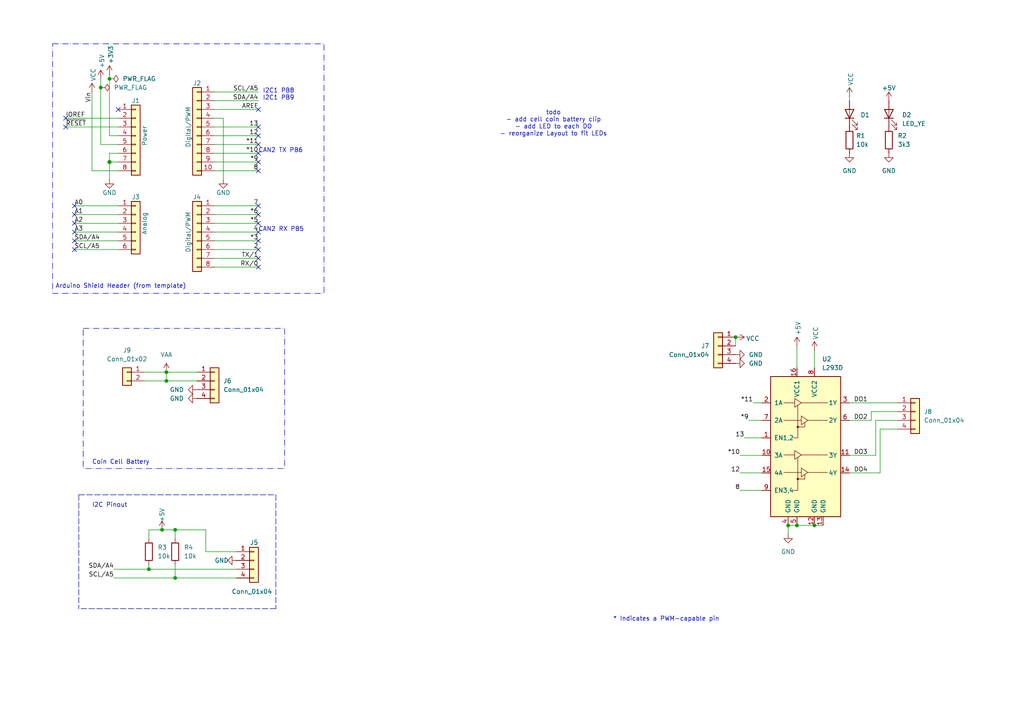
<source format=kicad_sch>
(kicad_sch (version 20231120) (generator "eeschema") (generator_version "8.0")
  (paper "A4")
  (title_block (title "Cannelloni al Forno") (date "2024-11-07") (rev "V.0.1"))
  (lib_symbols
    (symbol "Connector_Generic:Conn_01x02" (pin_names (offset 1.016) hide)
      (property "Reference" "J" (at 0 2.54 0))
      (property "Value" "Conn_01x02" (at 0 -5.08 0))
      (symbol "Conn_01x02_1_1"
        (rectangle (start -1.27 -2.413) (end 0 -2.667) (stroke (width 0.1524)))
        (rectangle (start -1.27 0.127) (end 0 -0.127) (stroke (width 0.1524)))
        (rectangle (start -1.27 1.27) (end 1.27 -3.81) (stroke (width 0.254)) (fill (type background)))
        (pin passive line (at -5.08 0 0) (length 3.81) (name "Pin_1") (number "1"))
        (pin passive line (at -5.08 -2.54 0) (length 3.81) (name "Pin_2") (number "2"))
      )
    )
    (symbol "Connector_Generic:Conn_01x04" (pin_names (offset 1.016) hide)
      (property "Reference" "J" (at 0 5.08 0))
      (property "Value" "Conn_01x04" (at 0 -7.62 0))
      (symbol "Conn_01x04_1_1"
        (rectangle (start -1.27 -4.953) (end 0 -5.207) (stroke (width 0.1524)))
        (rectangle (start -1.27 -2.413) (end 0 -2.667) (stroke (width 0.1524)))
        (rectangle (start -1.27 0.127) (end 0 -0.127) (stroke (width 0.1524)))
        (rectangle (start -1.27 2.667) (end 0 2.413) (stroke (width 0.1524)))
        (rectangle (start -1.27 3.81) (end 1.27 -6.35) (stroke (width 0.254)) (fill (type background)))
        (pin passive line (at -5.08 2.54 0) (length 3.81) (name "Pin_1") (number "1"))
        (pin passive line (at -5.08 0 0) (length 3.81) (name "Pin_2") (number "2"))
        (pin passive line (at -5.08 -2.54 0) (length 3.81) (name "Pin_3") (number "3"))
        (pin passive line (at -5.08 -5.08 0) (length 3.81) (name "Pin_4") (number "4"))
      )
    )
    (symbol "Connector_Generic:Conn_01x06" (pin_names (offset 1.016) hide)
      (property "Reference" "J" (at 0 7.62 0))
      (property "Value" "Conn_01x06" (at 0 -10.16 0))
      (symbol "Conn_01x06_1_1"
        (rectangle (start -1.27 -7.493) (end 0 -7.747) (stroke (width 0.1524)))
        (rectangle (start -1.27 -4.953) (end 0 -5.207) (stroke (width 0.1524)))
        (rectangle (start -1.27 -2.413) (end 0 -2.667) (stroke (width 0.1524)))
        (rectangle (start -1.27 0.127) (end 0 -0.127) (stroke (width 0.1524)))
        (rectangle (start -1.27 2.667) (end 0 2.413) (stroke (width 0.1524)))
        (rectangle (start -1.27 5.207) (end 0 4.953) (stroke (width 0.1524)))
        (rectangle (start -1.27 6.35) (end 1.27 -8.89) (stroke (width 0.254)) (fill (type background)))
        (pin passive line (at -5.08 5.08 0) (length 3.81) (name "Pin_1") (number "1"))
        (pin passive line (at -5.08 2.54 0) (length 3.81) (name "Pin_2") (number "2"))
        (pin passive line (at -5.08 0 0) (length 3.81) (name "Pin_3") (number "3"))
        (pin passive line (at -5.08 -2.54 0) (length 3.81) (name "Pin_4") (number "4"))
        (pin passive line (at -5.08 -5.08 0) (length 3.81) (name "Pin_5") (number "5"))
        (pin passive line (at -5.08 -7.62 0) (length 3.81) (name "Pin_6") (number "6"))
      )
    )
    (symbol "Connector_Generic:Conn_01x08" (pin_names (offset 1.016) hide)
      (property "Reference" "J" (at 0 10.16 0))
      (property "Value" "Conn_01x08" (at 0 -12.7 0))
      (symbol "Conn_01x08_1_1"
        (rectangle (start -1.27 -10.033) (end 0 -10.287) (stroke (width 0.1524)))
        (rectangle (start -1.27 -7.493) (end 0 -7.747) (stroke (width 0.1524)))
        (rectangle (start -1.27 -4.953) (end 0 -5.207) (stroke (width 0.1524)))
        (rectangle (start -1.27 -2.413) (end 0 -2.667) (stroke (width 0.1524)))
        (rectangle (start -1.27 0.127) (end 0 -0.127) (stroke (width 0.1524)))
        (rectangle (start -1.27 2.667) (end 0 2.413) (stroke (width 0.1524)))
        (rectangle (start -1.27 5.207) (end 0 4.953) (stroke (width 0.1524)))
        (rectangle (start -1.27 7.747) (end 0 7.493) (stroke (width 0.1524)))
        (rectangle (start -1.27 8.89) (end 1.27 -11.43) (stroke (width 0.254)) (fill (type background)))
        (pin passive line (at -5.08 7.62 0) (length 3.81) (name "Pin_1") (number "1"))
        (pin passive line (at -5.08 5.08 0) (length 3.81) (name "Pin_2") (number "2"))
        (pin passive line (at -5.08 2.54 0) (length 3.81) (name "Pin_3") (number "3"))
        (pin passive line (at -5.08 0 0) (length 3.81) (name "Pin_4") (number "4"))
        (pin passive line (at -5.08 -2.54 0) (length 3.81) (name "Pin_5") (number "5"))
        (pin passive line (at -5.08 -5.08 0) (length 3.81) (name "Pin_6") (number "6"))
        (pin passive line (at -5.08 -7.62 0) (length 3.81) (name "Pin_7") (number "7"))
        (pin passive line (at -5.08 -10.16 0) (length 3.81) (name "Pin_8") (number "8"))
      )
    )
    (symbol "Connector_Generic:Conn_01x10" (pin_names (offset 1.016) hide)
      (property "Reference" "J" (at 0 12.7 0))
      (property "Value" "Conn_01x10" (at 0 -15.24 0))
      (symbol "Conn_01x10_1_1"
        (rectangle (start -1.27 -12.573) (end 0 -12.827) (stroke (width 0.1524)))
        (rectangle (start -1.27 -10.033) (end 0 -10.287) (stroke (width 0.1524)))
        (rectangle (start -1.27 -7.493) (end 0 -7.747) (stroke (width 0.1524)))
        (rectangle (start -1.27 -4.953) (end 0 -5.207) (stroke (width 0.1524)))
        (rectangle (start -1.27 -2.413) (end 0 -2.667) (stroke (width 0.1524)))
        (rectangle (start -1.27 0.127) (end 0 -0.127) (stroke (width 0.1524)))
        (rectangle (start -1.27 2.667) (end 0 2.413) (stroke (width 0.1524)))
        (rectangle (start -1.27 5.207) (end 0 4.953) (stroke (width 0.1524)))
        (rectangle (start -1.27 7.747) (end 0 7.493) (stroke (width 0.1524)))
        (rectangle (start -1.27 10.287) (end 0 10.033) (stroke (width 0.1524)))
        (rectangle (start -1.27 11.43) (end 1.27 -13.97) (stroke (width 0.254)) (fill (type background)))
        (pin passive line (at -5.08 10.16 0) (length 3.81) (name "Pin_1") (number "1"))
        (pin passive line (at -5.08 -12.7 0) (length 3.81) (name "Pin_10") (number "10"))
        (pin passive line (at -5.08 7.62 0) (length 3.81) (name "Pin_2") (number "2"))
        (pin passive line (at -5.08 5.08 0) (length 3.81) (name "Pin_3") (number "3"))
        (pin passive line (at -5.08 2.54 0) (length 3.81) (name "Pin_4") (number "4"))
        (pin passive line (at -5.08 0 0) (length 3.81) (name "Pin_5") (number "5"))
        (pin passive line (at -5.08 -2.54 0) (length 3.81) (name "Pin_6") (number "6"))
        (pin passive line (at -5.08 -5.08 0) (length 3.81) (name "Pin_7") (number "7"))
        (pin passive line (at -5.08 -7.62 0) (length 3.81) (name "Pin_8") (number "8"))
        (pin passive line (at -5.08 -10.16 0) (length 3.81) (name "Pin_9") (number "9"))
      )
    )
    (symbol "Device:LED" (pin_numbers hide) (pin_names (offset 1.016) hide)
      (property "Reference" "D" (at 0 2.54 0))
      (property "Value" "LED" (at 0 -2.54 0))
      (symbol "LED_0_1"
        (polyline (pts (xy -1.27 -1.27) (xy -1.27 1.27)) (stroke (width 0.254)))
        (polyline (pts (xy -1.27 0) (xy 1.27 0)))
        (polyline (pts (xy 1.27 -1.27) (xy 1.27 1.27) (xy -1.27 0) (xy 1.27 -1.27)) (stroke (width 0.254)))
        (polyline (pts (xy -3.048 -0.762) (xy -4.572 -2.286) (xy -3.81 -2.286) (xy -4.572 -2.286) (xy -4.572 -1.524)))
        (polyline (pts (xy -1.778 -0.762) (xy -3.302 -2.286) (xy -2.54 -2.286) (xy -3.302 -2.286) (xy -3.302 -1.524)))
      )
      (symbol "LED_1_1"
        (pin passive line (at -3.81 0 0) (length 2.54) (name "K") (number "1"))
        (pin passive line (at 3.81 0 180) (length 2.54) (name "A") (number "2"))
      )
    )
    (symbol "Device:R" (pin_numbers hide) (pin_names (offset 0))
      (property "Reference" "R" (at 2.032 0 90))
      (property "Value" "R" (at 0 0 90))
      (symbol "R_0_1"
        (rectangle (start -1.016 -2.54) (end 1.016 2.54) (stroke (width 0.254)))
      )
      (symbol "R_1_1"
        (pin passive line (at 0 3.81 270) (length 1.27) (name "~") (number "1"))
        (pin passive line (at 0 -3.81 90) (length 1.27) (name "~") (number "2"))
      )
    )
    (symbol "Driver_Motor:L293D" (pin_names (offset 1.016))
      (property "Reference" "U" (at -5.08 26.035 0))
      (property "Value" "L293D" (at -5.08 24.13 0))
      (symbol "L293D_0_1"
        (rectangle (start -10.16 22.86) (end 10.16 -17.78) (stroke (width 0.254)) (fill (type background)))
        (circle (center -2.286 -6.858) (radius 0.254) (fill (type outline)))
        (circle (center -2.286 8.255) (radius 0.254) (fill (type outline)))
        (polyline (pts (xy -6.35 -4.953) (xy -1.27 -4.953)))
        (polyline (pts (xy -6.35 0.127) (xy -3.175 0.127)))
        (polyline (pts (xy -6.35 10.16) (xy -1.27 10.16)))
        (polyline (pts (xy -6.35 15.24) (xy -3.175 15.24)))
        (polyline (pts (xy -1.27 0.127) (xy 6.35 0.127)))
        (polyline (pts (xy -1.27 15.24) (xy 6.35 15.24)))
        (polyline (pts (xy 0.635 -4.953) (xy 6.35 -4.953)))
        (polyline (pts (xy 0.635 10.16) (xy 6.35 10.16)))
        (polyline (pts (xy -2.286 -6.858) (xy -0.254 -6.858) (xy -0.254 -5.588)))
        (polyline (pts (xy -2.286 -0.635) (xy -2.286 -10.16) (xy -3.556 -10.16)))
        (polyline (pts (xy -2.286 8.255) (xy -0.254 8.255) (xy -0.254 9.525)))
        (polyline (pts (xy -2.286 14.478) (xy -2.286 5.08) (xy -3.556 5.08)))
        (polyline (pts (xy -3.175 1.397) (xy -3.175 -1.143) (xy -1.27 0.127) (xy -3.175 1.397)))
        (polyline (pts (xy -3.175 16.51) (xy -3.175 13.97) (xy -1.27 15.24) (xy -3.175 16.51)))
        (polyline (pts (xy -1.27 -3.683) (xy -1.27 -6.223) (xy 0.635 -4.953) (xy -1.27 -3.683)))
        (polyline (pts (xy -1.27 11.43) (xy -1.27 8.89) (xy 0.635 10.16) (xy -1.27 11.43)))
      )
      (symbol "L293D_1_1"
        (pin input line (at -12.7 5.08 0) (length 2.54) (name "EN1,2") (number "1"))
        (pin input line (at -12.7 0 0) (length 2.54) (name "3A") (number "10"))
        (pin output line (at 12.7 0 180) (length 2.54) (name "3Y") (number "11"))
        (pin power_in line (at 2.54 -20.32 90) (length 2.54) (name "GND") (number "12"))
        (pin power_in line (at 5.08 -20.32 90) (length 2.54) (name "GND") (number "13"))
        (pin output line (at 12.7 -5.08 180) (length 2.54) (name "4Y") (number "14"))
        (pin input line (at -12.7 -5.08 0) (length 2.54) (name "4A") (number "15"))
        (pin power_in line (at -2.54 25.4 270) (length 2.54) (name "VCC1") (number "16"))
        (pin input line (at -12.7 15.24 0) (length 2.54) (name "1A") (number "2"))
        (pin output line (at 12.7 15.24 180) (length 2.54) (name "1Y") (number "3"))
        (pin power_in line (at -5.08 -20.32 90) (length 2.54) (name "GND") (number "4"))
        (pin power_in line (at -2.54 -20.32 90) (length 2.54) (name "GND") (number "5"))
        (pin output line (at 12.7 10.16 180) (length 2.54) (name "2Y") (number "6"))
        (pin input line (at -12.7 10.16 0) (length 2.54) (name "2A") (number "7"))
        (pin power_in line (at 2.54 25.4 270) (length 2.54) (name "VCC2") (number "8"))
        (pin input line (at -12.7 -10.16 0) (length 2.54) (name "EN3,4") (number "9"))
      )
    )
    (symbol "power:+3V3" (power) (pin_numbers hide) (pin_names (offset 0) hide)
      (property "Value" "+3V3" (at 0 3.556 0))
      (symbol "+3V3_0_1"
        (polyline (pts (xy -0.762 1.27) (xy 0 2.54)))
        (polyline (pts (xy 0 0) (xy 0 2.54)))
        (polyline (pts (xy 0 2.54) (xy 0.762 1.27)))
      )
      (symbol "+3V3_1_1"
        (pin power_in line (at 0 0 90) (length 0) (name "~") (number "1"))
      )
    )
    (symbol "power:+5V" (power) (pin_numbers hide) (pin_names (offset 0) hide)
      (property "Value" "+5V" (at 0 3.556 0))
      (symbol "+5V_0_1"
        (polyline (pts (xy -0.762 1.27) (xy 0 2.54)))
        (polyline (pts (xy 0 0) (xy 0 2.54)))
        (polyline (pts (xy 0 2.54) (xy 0.762 1.27)))
      )
      (symbol "+5V_1_1"
        (pin power_in line (at 0 0 90) (length 0) (name "~") (number "1"))
      )
    )
    (symbol "power:GND" (power) (pin_numbers hide) (pin_names (offset 0) hide)
      (property "Value" "GND" (at 0 -3.81 0))
      (symbol "GND_0_1"
        (polyline (pts (xy 0 0) (xy 0 -1.27) (xy 1.27 -1.27) (xy 0 -2.54) (xy -1.27 -1.27) (xy 0 -1.27)))
      )
      (symbol "GND_1_1"
        (pin power_in line (at 0 0 270) (length 0) (name "~") (number "1"))
      )
    )
    (symbol "power:PWR_FLAG" (power) (pin_numbers hide) (pin_names (offset 0) hide)
      (property "Value" "PWR_FLAG" (at 0 3.81 0))
      (symbol "PWR_FLAG_0_0"
        (pin power_out line (at 0 0 90) (length 0) (name "~") (number "1"))
      )
      (symbol "PWR_FLAG_0_1"
        (polyline (pts (xy 0 0) (xy 0 1.27) (xy -1.016 1.905) (xy 0 2.54) (xy 1.016 1.905) (xy 0 1.27)))
      )
    )
    (symbol "power:VAA" (power) (pin_numbers hide) (pin_names (offset 0) hide)
      (property "Value" "VAA" (at 0 3.556 0))
      (symbol "VAA_0_1"
        (polyline (pts (xy -0.762 1.27) (xy 0 2.54)))
        (polyline (pts (xy 0 0) (xy 0 2.54)))
        (polyline (pts (xy 0 2.54) (xy 0.762 1.27)))
      )
      (symbol "VAA_1_1"
        (pin power_in line (at 0 0 90) (length 0) (name "~") (number "1"))
      )
    )
    (symbol "power:VCC" (power) (pin_numbers hide) (pin_names (offset 0) hide)
      (property "Value" "VCC" (at 0 3.556 0))
      (symbol "VCC_0_1"
        (polyline (pts (xy -0.762 1.27) (xy 0 2.54)))
        (polyline (pts (xy 0 0) (xy 0 2.54)))
        (polyline (pts (xy 0 2.54) (xy 0.762 1.27)))
      )
      (symbol "VCC_1_1"
        (pin power_in line (at 0 0 90) (length 0) (name "~") (number "1"))
      )
    )
  )
  (junction (at 48.26 110.49))
  (junction (at 50.8 153.67))
  (junction (at 31.75 46.99) (diameter 1.016))
  (junction (at 236.22 152.4))
  (junction (at 29.21 25.4))
  (junction (at 228.6 152.4))
  (junction (at 43.18 165.1))
  (junction (at 31.75 22.86))
  (junction (at 231.14 152.4))
  (junction (at 50.8 167.64))
  (junction (at 48.26 107.95))
  (junction (at 46.99 153.67))
  (junction (at 213.36 97.79))
  (no_connect (at 74.93 64.77))
  (no_connect (at 74.93 36.83))
  (no_connect (at 19.05 34.29))
  (no_connect (at 19.05 36.83))
  (no_connect (at 21.59 72.39))
  (no_connect (at 74.93 46.99))
  (no_connect (at 74.93 44.45))
  (no_connect (at 74.93 49.53))
  (no_connect (at 74.93 31.75))
  (no_connect (at 74.93 74.93))
  (no_connect (at 74.93 72.39))
  (no_connect (at 74.93 67.31))
  (no_connect (at 74.93 41.91))
  (no_connect (at 74.93 62.23))
  (no_connect (at 74.93 69.85))
  (no_connect (at 74.93 39.37))
  (no_connect (at 21.59 67.31))
  (no_connect (at 21.59 59.69))
  (no_connect (at 21.59 62.23))
  (no_connect (at 34.29 31.75))
  (no_connect (at 21.59 64.77))
  (no_connect (at 21.59 69.85))
  (no_connect (at 74.93 59.69))
  (no_connect (at 74.93 77.47))
  (wire (pts (xy 62.23 77.47) (xy 74.93 77.47)))
  (wire (pts (xy 46.99 153.67) (xy 43.18 153.67)))
  (wire (pts (xy 50.8 163.83) (xy 50.8 167.64)))
  (wire (pts (xy 260.35 121.92) (xy 254 121.92)))
  (wire (pts (xy 62.23 44.45) (xy 74.93 44.45)))
  (wire (pts (xy 215.9 127) (xy 220.98 127)))
  (wire (pts (xy 62.23 26.67) (xy 74.93 26.67)))
  (wire (pts (xy 31.75 22.86) (xy 31.75 39.37)))
  (wire (pts (xy 218.44 116.84) (xy 220.98 116.84)))
  (wire (pts (xy 31.75 44.45) (xy 31.75 46.99)))
  (wire (pts (xy 21.59 72.39) (xy 34.29 72.39)))
  (polyline (pts (xy 22.86 176.53) (xy 22.86 176.53)) (stroke (width 0) (type dash)))
  (wire (pts (xy 255.27 124.46) (xy 255.27 137.16)))
  (wire (pts (xy 31.75 46.99) (xy 31.75 52.07)))
  (wire (pts (xy 254 121.92) (xy 254 132.08)))
  (wire (pts (xy 41.91 110.49) (xy 48.26 110.49)))
  (wire (pts (xy 31.75 39.37) (xy 34.29 39.37)))
  (wire (pts (xy 236.22 152.4) (xy 238.76 152.4)))
  (wire (pts (xy 29.21 41.91) (xy 34.29 41.91)))
  (wire (pts (xy 29.21 22.86) (xy 29.21 25.4)))
  (wire (pts (xy 50.8 167.64) (xy 68.58 167.64)))
  (wire (pts (xy 62.23 36.83) (xy 74.93 36.83)))
  (wire (pts (xy 31.75 21.59) (xy 31.75 22.86)))
  (wire (pts (xy 62.23 59.69) (xy 74.93 59.69)))
  (wire (pts (xy 252.73 119.38) (xy 260.35 119.38)))
  (wire (pts (xy 214.63 142.24) (xy 220.98 142.24)))
  (wire (pts (xy 34.29 59.69) (xy 21.59 59.69)))
  (wire (pts (xy 231.14 100.33) (xy 231.14 106.68)))
  (wire (pts (xy 62.23 39.37) (xy 74.93 39.37)))
  (wire (pts (xy 62.23 62.23) (xy 74.93 62.23)))
  (wire (pts (xy 260.35 124.46) (xy 255.27 124.46)))
  (wire (pts (xy 33.02 165.1) (xy 43.18 165.1)))
  (wire (pts (xy 254 132.08) (xy 246.38 132.08)))
  (wire (pts (xy 50.8 156.21) (xy 50.8 153.67)))
  (wire (pts (xy 62.23 46.99) (xy 74.93 46.99)))
  (polyline (pts (xy 80.01 143.51) (xy 80.01 176.53)) (stroke (width 0) (type dash)))
  (wire (pts (xy 246.38 121.92) (xy 252.73 121.92)))
  (wire (pts (xy 62.23 67.31) (xy 74.93 67.31)))
  (wire (pts (xy 29.21 25.4) (xy 29.21 41.91)))
  (wire (pts (xy 43.18 165.1) (xy 68.58 165.1)))
  (wire (pts (xy 19.05 34.29) (xy 34.29 34.29)))
  (wire (pts (xy 43.18 163.83) (xy 43.18 165.1)))
  (wire (pts (xy 252.73 121.92) (xy 252.73 119.38)))
  (wire (pts (xy 231.14 152.4) (xy 236.22 152.4)))
  (wire (pts (xy 217.17 121.92) (xy 220.98 121.92)))
  (wire (pts (xy 64.77 34.29) (xy 64.77 52.07)))
  (wire (pts (xy 68.58 160.02) (xy 59.69 160.02)))
  (wire (pts (xy 59.69 160.02) (xy 59.69 153.67)))
  (wire (pts (xy 62.23 31.75) (xy 74.93 31.75)))
  (wire (pts (xy 43.18 153.67) (xy 43.18 156.21)))
  (wire (pts (xy 246.38 116.84) (xy 260.35 116.84)))
  (wire (pts (xy 34.29 64.77) (xy 21.59 64.77)))
  (wire (pts (xy 19.05 36.83) (xy 34.29 36.83)))
  (wire (pts (xy 48.26 107.95) (xy 48.26 110.49)))
  (wire (pts (xy 50.8 153.67) (xy 46.99 153.67)))
  (wire (pts (xy 34.29 46.99) (xy 31.75 46.99)))
  (wire (pts (xy 255.27 137.16) (xy 246.38 137.16)))
  (wire (pts (xy 214.63 137.16) (xy 220.98 137.16)))
  (wire (pts (xy 246.38 27.94) (xy 246.38 29.21)))
  (wire (pts (xy 34.29 49.53) (xy 26.67 49.53)))
  (wire (pts (xy 236.22 101.6) (xy 236.22 106.68)))
  (wire (pts (xy 21.59 62.23) (xy 34.29 62.23)))
  (wire (pts (xy 48.26 107.95) (xy 57.15 107.95)))
  (wire (pts (xy 48.26 110.49) (xy 57.15 110.49)))
  (wire (pts (xy 59.69 153.67) (xy 50.8 153.67)))
  (wire (pts (xy 62.23 34.29) (xy 64.77 34.29)))
  (wire (pts (xy 34.29 44.45) (xy 31.75 44.45)))
  (wire (pts (xy 214.63 132.08) (xy 220.98 132.08)))
  (wire (pts (xy 62.23 41.91) (xy 74.93 41.91)))
  (wire (pts (xy 62.23 64.77) (xy 74.93 64.77)))
  (wire (pts (xy 21.59 67.31) (xy 34.29 67.31)))
  (wire (pts (xy 41.91 107.95) (xy 48.26 107.95)))
  (wire (pts (xy 228.6 152.4) (xy 228.6 154.94)))
  (wire (pts (xy 213.36 97.79) (xy 213.36 100.33)))
  (polyline (pts (xy 80.01 176.53) (xy 22.86 176.53)) (stroke (width 0) (type dash)))
  (polyline (pts (xy 22.86 143.51) (xy 22.86 176.53)) (stroke (width 0) (type dash)))
  (wire (pts (xy 62.23 29.21) (xy 74.93 29.21)))
  (wire (pts (xy 62.23 72.39) (xy 74.93 72.39)))
  (wire (pts (xy 62.23 69.85) (xy 74.93 69.85)))
  (wire (pts (xy 62.23 74.93) (xy 74.93 74.93)))
  (wire (pts (xy 26.67 26.67) (xy 26.67 49.53)))
  (wire (pts (xy 228.6 152.4) (xy 231.14 152.4)))
  (wire (pts (xy 34.29 69.85) (xy 21.59 69.85)))
  (polyline (pts (xy 22.86 143.51) (xy 80.01 143.51)) (stroke (width 0) (type dash)))
  (wire (pts (xy 62.23 49.53) (xy 74.93 49.53)))
  (wire (pts (xy 33.02 167.64) (xy 50.8 167.64)))
  (rectangle (start 15.24 12.7) (end 93.98 85.09) (stroke (width 0) (type dash_dot)))
  (rectangle (start 24.13 95.25) (end 82.55 135.89) (stroke (width 0) (type dash_dot)))
  (text "I2C1 PB8\nI2C1 PB9" (at 76.2 29.21 0) (effects (font (size 1.27 1.27)) (justify left bottom)))
  (text "Coin Cell Battery" (at 35.052 134.112 0) (effects (font (size 1.27 1.27))))
  (text "CAN2 RX PB5 " (at 74.93 67.31 0) (effects (font (size 1.27 1.27)) (justify left bottom)))
  (text "todo\n- add cell coin battery clip\n- add LED to each DO\n- reorganize Layout to fit LEDs" (at 160.528 35.814 0) (effects (font (size 1.27 1.27))))
  (text "CAN2 TX PB6 " (at 74.93 44.45 0) (effects (font (size 1.27 1.27)) (justify left bottom)))
  (text "Arduino Shield Header (from template)" (at 35.052 83.058 0) (effects (font (size 1.27 1.27))))
  (text "I2C Pinout" (at 26.67 147.32 0) (effects (font (size 1.27 1.27)) (justify left bottom)))
  (text "* Indicates a PWM-capable pin" (at 177.8 180.34 0) (effects (font (size 1.27 1.27)) (justify left bottom)))
  (label "RX{slash}0" (at 74.93 77.47 180))
  (label "A2" (at 21.59 64.77 0))
  (label "4" (at 74.93 67.31 180))
  (label "13" (at 215.9 127 180))
  (label "2" (at 74.93 72.39 180))
  (label "A3" (at 21.59 67.31 0))
  (label "13" (at 74.93 36.83 180))
  (label "DO2" (at 247.65 121.92 0))
  (label "12" (at 74.93 39.37 180))
  (label "DO4" (at 247.65 137.16 0))
  (label "SDA{slash}A4" (at 33.02 165.1 180))
  (label "DO3" (at 247.65 132.08 0))
  (label "~{RESET}" (at 19.05 36.83 0))
  (label "*10" (at 74.93 44.45 180))
  (label "SCL{slash}A5" (at 33.02 167.64 180))
  (label "*9" (at 217.17 121.92 180))
  (label "*11" (at 218.44 116.84 180))
  (label "7" (at 74.93 59.69 180))
  (label "SDA{slash}A4" (at 74.93 29.21 180))
  (label "8" (at 74.93 49.53 180))
  (label "*11" (at 74.93 41.91 180))
  (label "*3" (at 74.93 69.85 180))
  (label "A1" (at 21.59 62.23 0))
  (label "TX{slash}1" (at 74.93 74.93 180))
  (label "A0" (at 21.59 59.69 0))
  (label "AREF" (at 74.93 31.75 180))
  (label "Vin" (at 26.67 26.67 270))
  (label "*6" (at 74.93 62.23 180))
  (label "*10" (at 214.63 132.08 180))
  (label "SCL{slash}A5" (at 74.93 26.67 180))
  (label "*9" (at 74.93 46.99 180))
  (label "DO1" (at 247.65 116.84 0))
  (label "*5" (at 74.93 64.77 180))
  (label "IOREF" (at 19.05 34.29 0))
  (label "SDA{slash}A4" (at 21.59 69.85 0))
  (label "8" (at 214.63 142.24 180))
  (label "SCL{slash}A5" (at 21.59 72.39 0))
  (label "12" (at 214.63 137.16 180))
  (symbol (lib_id "Connector_Generic:Conn_01x08") (at 39.37 39.37 0) (unit 1)
    (property "Reference" "J1" (at 39.37 29.21 0))
    (property "Value" "Power" (at 41.91 39.37 90))
    (property "Footprint" "Connector_PinSocket_2.54mm:PinSocket_1x08_P2.54mm_Vertical" (effects (hide yes)))
    (property "Description" "Generic connector, single row, 01x08, script generated (kicad-library-utils/schlib/autogen/connector/)" (effects (hide yes)))
  )
  (symbol (lib_id "power:+3V3") (at 31.75 21.59 0) (unit 1)
    (property "Reference" "#PWR03" (effects (hide yes)))
    (property "Value" "+3V3" (at 32.131 18.542 90) (effects (justify left)))
    (property "Description" "Power symbol creates a global label with name \"+3V3\"" (effects (hide yes)))
  )
  (symbol (lib_id "power:+5V") (at 29.21 22.86 0) (unit 1)
    (property "Reference" "#PWR02" (effects (hide yes)))
    (property "Value" "+5V" (at 29.5656 19.812 90) (effects (justify left)))
    (property "Description" "Power symbol creates a global label with name \"+5V\"" (effects (hide yes)))
  )
  (symbol (lib_id "power:GND") (at 31.75 52.07 0) (unit 1)
    (property "Reference" "#PWR04" (effects (hide yes)))
    (property "Value" "GND" (at 31.75 55.88 0))
    (property "Description" "Power symbol creates a global label with name \"GND\" , ground" (effects (hide yes)))
  )
  (symbol (lib_id "Connector_Generic:Conn_01x10") (at 57.15 36.83 0) (mirror y) (unit 1)
    (property "Reference" "J2" (at 57.15 24.13 0))
    (property "Value" "Digital/PWM" (at 54.61 36.83 90))
    (property "Footprint" "Connector_PinSocket_2.54mm:PinSocket_1x10_P2.54mm_Vertical" (effects (hide yes)))
    (property "Description" "Generic connector, single row, 01x10, script generated (kicad-library-utils/schlib/autogen/connector/)" (effects (hide yes)))
  )
  (symbol (lib_id "power:GND") (at 64.77 52.07 0) (unit 1)
    (property "Reference" "#PWR05" (effects (hide yes)))
    (property "Value" "GND" (at 64.77 55.88 0))
    (property "Description" "Power symbol creates a global label with name \"GND\" , ground" (effects (hide yes)))
  )
  (symbol (lib_id "Connector_Generic:Conn_01x06") (at 39.37 64.77 0) (unit 1)
    (property "Reference" "J3" (at 39.37 57.15 0))
    (property "Value" "Analog" (at 41.91 64.77 90))
    (property "Footprint" "Connector_PinSocket_2.54mm:PinSocket_1x06_P2.54mm_Vertical" (effects (hide yes)))
    (property "Description" "Generic connector, single row, 01x06, script generated (kicad-library-utils/schlib/autogen/connector/)" (effects (hide yes)))
  )
  (symbol (lib_id "Connector_Generic:Conn_01x08") (at 57.15 67.31 0) (mirror y) (unit 1)
    (property "Reference" "J4" (at 57.15 57.15 0))
    (property "Value" "Digital/PWM" (at 54.61 67.31 90))
    (property "Footprint" "Connector_PinSocket_2.54mm:PinSocket_1x08_P2.54mm_Vertical" (effects (hide yes)))
    (property "Description" "Generic connector, single row, 01x08, script generated (kicad-library-utils/schlib/autogen/connector/)" (effects (hide yes)))
  )
  (symbol (lib_id "power:GND") (at 228.6 154.94 0) (unit 1)
    (property "Reference" "#PWR012" (effects (hide yes)))
    (property "Value" "GND" (at 228.6 160.02 0))
    (property "Description" "Power symbol creates a global label with name \"GND\" , ground" (effects (hide yes)))
  )
  (symbol (lib_id "Device:R") (at 246.38 40.64 0) (unit 1)
    (property "Reference" "R1" (at 248.285 39.3699 0) (effects (justify left)))
    (property "Value" "10k" (at 248.285 41.9099 0) (effects (justify left)))
    (property "Footprint" "Resistor_THT:R_Axial_DIN0204_L3.6mm_D1.6mm_P5.08mm_Vertical" (effects (hide yes)))
    (property "Description" "Resistor" (effects (hide yes)))
  )
  (symbol (lib_id "Connector_Generic:Conn_01x04") (at 208.28 100.33 0) (mirror y) (unit 1)
    (property "Reference" "J7" (at 205.74 100.3299 0) (effects (justify left)))
    (property "Value" "Conn_01x04" (at 205.74 102.8699 0) (effects (justify left)))
    (property "Footprint" "Connector_PinHeader_2.54mm:PinHeader_1x04_P2.54mm_Vertical" (effects (hide yes)))
    (property "Description" "Generic connector, single row, 01x04, script generated (kicad-library-utils/schlib/autogen/connector/)" (effects (hide yes)))
  )
  (symbol (lib_id "power:GND") (at 257.81 44.45 0) (unit 1)
    (property "Reference" "#PWR0126" (effects (hide yes)))
    (property "Value" "GND" (at 257.81 49.53 0))
    (property "Description" "Power symbol creates a global label with name \"GND\" , ground" (effects (hide yes)))
  )
  (symbol (lib_id "power:VCC") (at 213.36 97.79 270) (unit 1)
    (property "Reference" "#PWR06" (effects (hide yes)))
    (property "Value" "VCC" (at 216.408 98.171 90) (effects (justify left)))
    (property "Description" "Power symbol creates a global label with name \"VCC\"" (effects (hide yes)))
  )
  (symbol (lib_id "power:+5V") (at 231.14 100.33 0) (unit 1)
    (property "Reference" "#PWR08" (effects (hide yes)))
    (property "Value" "+5V" (at 231.4956 97.282 90) (effects (justify left)))
    (property "Description" "Power symbol creates a global label with name \"+5V\"" (effects (hide yes)))
  )
  (symbol (lib_id "power:GND") (at 213.36 105.41 90) (unit 1)
    (property "Reference" "#PWR011" (effects (hide yes)))
    (property "Value" "GND" (at 217.17 105.4099 90) (effects (justify right)))
    (property "Description" "Power symbol creates a global label with name \"GND\" , ground" (effects (hide yes)))
  )
  (symbol (lib_id "power:PWR_FLAG") (at 29.21 25.4 270) (unit 1)
    (property "Reference" "#FLG02" (effects (hide yes)))
    (property "Value" "PWR_FLAG" (at 33.02 25.3999 90) (effects (justify left)))
    (property "Description" "Special symbol for telling ERC where power comes from" (effects (hide yes)))
  )
  (symbol (lib_id "Connector_Generic:Conn_01x02") (at 36.83 107.95 0) (mirror y) (unit 1)
    (property "Reference" "J9" (at 36.83 101.6 0))
    (property "Value" "Conn_01x02" (at 36.83 104.14 0))
    (property "Footprint" "Connector_PinHeader_2.54mm:PinHeader_1x02_P2.54mm_Vertical" (effects (hide yes)))
    (property "Description" "Generic connector, single row, 01x02, script generated (kicad-library-utils/schlib/autogen/connector/)" (effects (hide yes)))
  )
  (symbol (lib_id "power:GND") (at 68.58 162.56 270) (unit 1)
    (property "Reference" "#PWR0103" (effects (hide yes)))
    (property "Value" "GND" (at 62.23 162.56 90) (effects (justify left)))
    (property "Description" "Power symbol creates a global label with name \"GND\" , ground" (effects (hide yes)))
  )
  (symbol (lib_id "Connector_Generic:Conn_01x04") (at 73.66 162.56 0) (unit 1)
    (property "Reference" "J5" (at 72.517 157.353 0) (effects (justify left)))
    (property "Value" "Conn_01x04" (at 67.183 171.577 0) (effects (justify left)))
    (property "Footprint" "Connector_PinHeader_2.54mm:PinHeader_1x04_P2.54mm_Vertical" (effects (hide yes)))
    (property "Description" "Generic connector, single row, 01x04, script generated (kicad-library-utils/schlib/autogen/connector/)" (effects (hide yes)))
  )
  (symbol (lib_id "Driver_Motor:L293D") (at 233.68 132.08 0) (unit 1)
    (property "Reference" "U2" (at 238.4141 104.14 0) (effects (justify left)))
    (property "Value" "L293D" (at 238.4141 106.68 0) (effects (justify left)))
    (property "Footprint" "Package_DIP:DIP-16_W7.62mm" (effects (hide yes)))
    (property "Datasheet" "http://www.ti.com/lit/ds/symlink/l293.pdf" (effects (hide yes)))
    (property "Description" "Quadruple Half-H Drivers" (effects (hide yes)))
  )
  (symbol (lib_id "power:GND") (at 57.15 113.03 270) (unit 1)
    (property "Reference" "#PWR07" (effects (hide yes)))
    (property "Value" "GND" (at 53.34 113.0299 90) (effects (justify right)))
    (property "Description" "Power symbol creates a global label with name \"GND\" , ground" (effects (hide yes)))
  )
  (symbol (lib_id "power:VCC") (at 26.67 26.67 0) (unit 1)
    (property "Reference" "#PWR01" (effects (hide yes)))
    (property "Value" "VCC" (at 27.051 23.622 90) (effects (justify left)))
    (property "Description" "Power symbol creates a global label with name \"VCC\"" (effects (hide yes)))
  )
  (symbol (lib_id "Device:LED") (at 257.81 33.02 90) (unit 1)
    (property "Reference" "D2" (at 261.62 33.3374 90) (effects (justify right)))
    (property "Value" "LED_YE" (at 261.62 35.8774 90) (effects (justify right)))
    (property "Footprint" "LED_THT:LED_D3.0mm_Clear" (effects (hide yes)))
    (property "Description" "Light emitting diode" (effects (hide yes)))
  )
  (symbol (lib_id "power:GND") (at 246.38 44.45 0) (unit 1)
    (property "Reference" "#PWR0104" (effects (hide yes)))
    (property "Value" "GND" (at 246.38 49.53 0))
    (property "Description" "Power symbol creates a global label with name \"GND\" , ground" (effects (hide yes)))
  )
  (symbol (lib_id "Device:R") (at 257.81 40.64 0) (unit 1)
    (property "Reference" "R2" (at 260.35 39.3699 0) (effects (justify left)))
    (property "Value" "3k3" (at 260.35 41.9099 0) (effects (justify left)))
    (property "Footprint" "Resistor_THT:R_Axial_DIN0204_L3.6mm_D1.6mm_P5.08mm_Vertical" (effects (hide yes)))
    (property "Description" "Resistor" (effects (hide yes)))
  )
  (symbol (lib_id "power:+5V") (at 257.81 29.21 0) (unit 1)
    (property "Reference" "#PWR0109" (effects (hide yes)))
    (property "Value" "+5V" (at 257.81 25.527 0))
    (property "Description" "Power symbol creates a global label with name \"+5V\"" (effects (hide yes)))
  )
  (symbol (lib_id "power:VAA") (at 48.26 107.95 0) (unit 1)
    (property "Reference" "#PWR014" (effects (hide yes)))
    (property "Value" "VAA" (at 48.26 102.87 0))
    (property "Description" "Power symbol creates a global label with name \"VAA\"" (effects (hide yes)))
  )
  (symbol (lib_id "power:PWR_FLAG") (at 31.75 22.86 270) (unit 1)
    (property "Reference" "#FLG01" (effects (hide yes)))
    (property "Value" "PWR_FLAG" (at 35.56 22.8599 90) (effects (justify left)))
    (property "Description" "Special symbol for telling ERC where power comes from" (effects (hide yes)))
  )
  (symbol (lib_id "power:GND") (at 213.36 102.87 90) (unit 1)
    (property "Reference" "#PWR010" (effects (hide yes)))
    (property "Value" "GND" (at 217.17 102.8699 90) (effects (justify right)))
    (property "Description" "Power symbol creates a global label with name \"GND\" , ground" (effects (hide yes)))
  )
  (symbol (lib_id "power:VCC") (at 246.38 27.94 0) (unit 1)
    (property "Reference" "#PWR0108" (effects (hide yes)))
    (property "Value" "VCC" (at 246.761 24.892 90) (effects (justify left)))
    (property "Description" "Power symbol creates a global label with name \"VCC\"" (effects (hide yes)))
  )
  (symbol (lib_id "power:+5V") (at 46.99 153.67 0) (unit 1)
    (property "Reference" "#PWR0107" (effects (hide yes)))
    (property "Value" "+5V" (at 46.99 147.32 90) (effects (justify right)))
    (property "Description" "Power symbol creates a global label with name \"+5V\"" (effects (hide yes)))
  )
  (symbol (lib_id "Device:R") (at 50.8 160.02 0) (unit 1)
    (property "Reference" "R4" (at 53.34 158.7499 0) (effects (justify left)))
    (property "Value" "10k" (at 53.34 161.2899 0) (effects (justify left)))
    (property "Footprint" "Resistor_THT:R_Axial_DIN0204_L3.6mm_D1.6mm_P5.08mm_Vertical" (effects (hide yes)))
    (property "Description" "Resistor" (effects (hide yes)))
  )
  (symbol (lib_id "power:GND") (at 57.15 115.57 270) (unit 1)
    (property "Reference" "#PWR013" (effects (hide yes)))
    (property "Value" "GND" (at 53.34 115.5699 90) (effects (justify right)))
    (property "Description" "Power symbol creates a global label with name \"GND\" , ground" (effects (hide yes)))
  )
  (symbol (lib_id "Connector_Generic:Conn_01x04") (at 62.23 110.49 0) (unit 1)
    (property "Reference" "J6" (at 64.77 110.4899 0) (effects (justify left)))
    (property "Value" "Conn_01x04" (at 64.77 113.0299 0) (effects (justify left)))
    (property "Footprint" "Connector_PinSocket_2.54mm:PinSocket_1x04_P2.54mm_Vertical" (effects (hide yes)))
    (property "Description" "Generic connector, single row, 01x04, script generated (kicad-library-utils/schlib/autogen/connector/)" (effects (hide yes)))
  )
  (symbol (lib_id "Connector_Generic:Conn_01x04") (at 265.43 119.38 0) (unit 1)
    (property "Reference" "J8" (at 267.97 119.3799 0) (effects (justify left)))
    (property "Value" "Conn_01x04" (at 267.97 121.9199 0) (effects (justify left)))
    (property "Footprint" "Connector_PinHeader_2.54mm:PinHeader_1x04_P2.54mm_Vertical" (effects (hide yes)))
    (property "Description" "Generic connector, single row, 01x04, script generated (kicad-library-utils/schlib/autogen/connector/)" (effects (hide yes)))
  )
  (symbol (lib_id "Device:R") (at 43.18 160.02 0) (unit 1)
    (property "Reference" "R3" (at 45.72 158.7499 0) (effects (justify left)))
    (property "Value" "10k" (at 45.72 161.2899 0) (effects (justify left)))
    (property "Footprint" "Resistor_THT:R_Axial_DIN0204_L3.6mm_D1.6mm_P5.08mm_Vertical" (effects (hide yes)))
    (property "Description" "Resistor" (effects (hide yes)))
  )
  (symbol (lib_id "Device:LED") (at 246.38 33.02 90) (unit 1)
    (property "Reference" "D1" (at 249.555 33.3374 90) (effects (justify right)))
    (property "Value" "LED_YE" (effects (hide yes)))
    (property "Footprint" "LED_THT:LED_D3.0mm_Clear" (effects (hide yes)))
    (property "Description" "Light emitting diode" (effects (hide yes)))
  )
  (symbol (lib_id "power:VCC") (at 236.22 101.6 0) (unit 1)
    (property "Reference" "#PWR015" (effects (hide yes)))
    (property "Value" "VCC" (at 236.601 98.552 90) (effects (justify left)))
    (property "Description" "Power symbol creates a global label with name \"VCC\"" (effects (hide yes)))
  )
)
</source>
